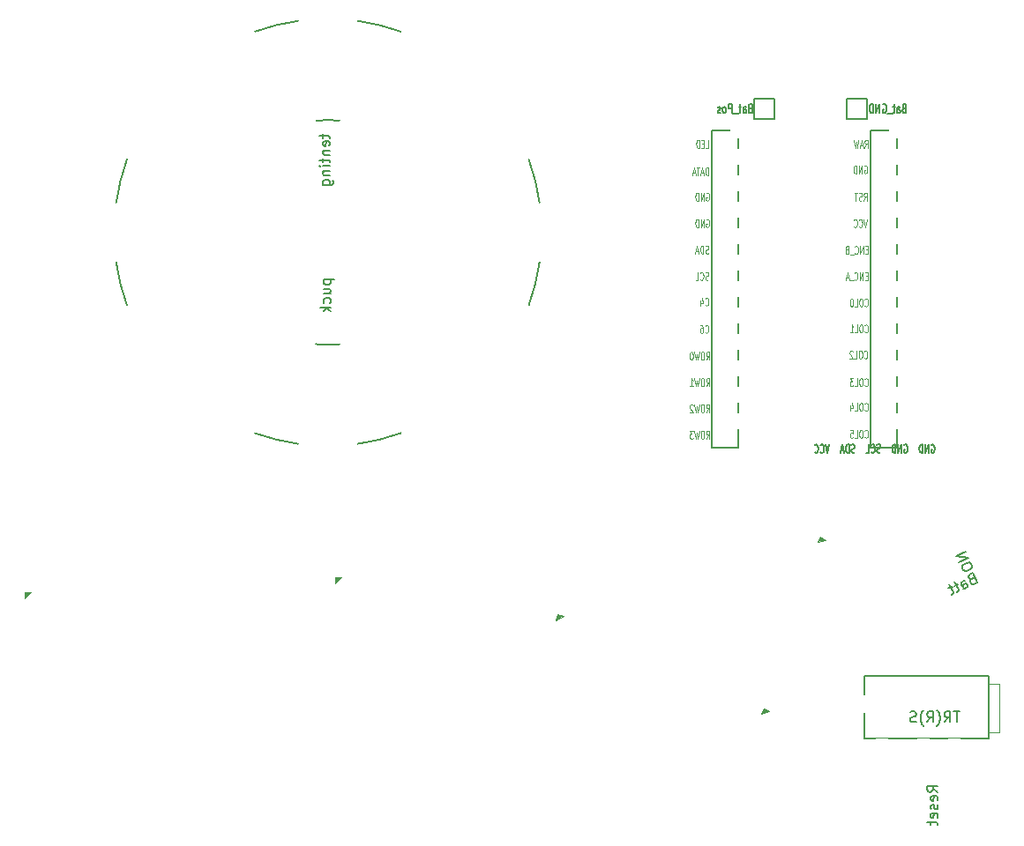
<source format=gbr>
%TF.GenerationSoftware,KiCad,Pcbnew,(5.1.10-1-10_14)*%
%TF.CreationDate,2021-11-02T17:36:35-07:00*%
%TF.ProjectId,hillside,68696c6c-7369-4646-952e-6b696361645f,0.1.0*%
%TF.SameCoordinates,Original*%
%TF.FileFunction,Legend,Bot*%
%TF.FilePolarity,Positive*%
%FSLAX46Y46*%
G04 Gerber Fmt 4.6, Leading zero omitted, Abs format (unit mm)*
G04 Created by KiCad (PCBNEW (5.1.10-1-10_14)) date 2021-11-02 17:36:35*
%MOMM*%
%LPD*%
G01*
G04 APERTURE LIST*
%ADD10C,0.200000*%
%ADD11C,0.150000*%
%ADD12C,0.100000*%
%ADD13C,0.120000*%
%ADD14C,0.137500*%
%ADD15C,0.125000*%
%ADD16C,0.153000*%
%ADD17C,4.400000*%
%ADD18C,2.200000*%
%ADD19R,1.700000X1.700000*%
%ADD20O,1.700000X1.700000*%
%ADD21C,5.000000*%
%ADD22C,1.397000*%
%ADD23C,1.524000*%
%ADD24R,1.100000X1.800000*%
%ADD25C,1.600000*%
%ADD26C,3.400000*%
%ADD27C,1.700000*%
%ADD28C,2.000000*%
%ADD29R,0.800000X0.900000*%
%ADD30R,1.700000X0.820000*%
%ADD31C,1.200000*%
%ADD32O,2.500000X1.700000*%
%ADD33C,0.800000*%
%ADD34R,3.200000X2.000000*%
%ADD35R,2.000000X2.000000*%
G04 APERTURE END LIST*
D10*
%TO.C,H1*%
X156001954Y-62673865D02*
G75*
G02*
X160152500Y-61640000I7008046J-19286135D01*
G01*
X170018049Y-62673867D02*
G75*
G03*
X165867500Y-61640000I-7008049J-19286133D01*
G01*
X182296134Y-74951952D02*
G75*
G02*
X183330000Y-79102500I-19286134J-7008048D01*
G01*
X182296134Y-88968048D02*
G75*
G03*
X183330000Y-84817500I-19286134J7008048D01*
G01*
X170018045Y-101246135D02*
G75*
G02*
X165867500Y-102280000I-7008045J19286135D01*
G01*
X156001955Y-101246135D02*
G75*
G03*
X160152500Y-102280000I7008045J19286135D01*
G01*
X143723865Y-88968046D02*
G75*
G02*
X142690000Y-84817500I19286135J7008046D01*
G01*
X143723865Y-74951956D02*
G75*
G03*
X142690000Y-79102500I19286135J-7008044D01*
G01*
X164138385Y-92695864D02*
G75*
G02*
X163010000Y-92755000I-1128385J10735864D01*
G01*
X164138385Y-71224136D02*
G75*
G03*
X163010000Y-71165000I-1128385J-10735864D01*
G01*
X161881615Y-71224136D02*
G75*
G02*
X163010000Y-71165000I1128385J-10735864D01*
G01*
X161881615Y-92695864D02*
G75*
G03*
X163010000Y-92755000I1128385J10735864D01*
G01*
D11*
%TO.C,J3*%
X203900000Y-71100000D02*
X203900000Y-69100000D01*
X205900000Y-71100000D02*
X203900000Y-71100000D01*
X205900000Y-69100000D02*
X205900000Y-71100000D01*
X203900000Y-69100000D02*
X205900000Y-69100000D01*
%TO.C,J4*%
X212800000Y-71100000D02*
X212800000Y-69100000D01*
X214800000Y-71100000D02*
X212800000Y-71100000D01*
X214800000Y-69100000D02*
X214800000Y-71100000D01*
X212800000Y-69100000D02*
X214800000Y-69100000D01*
%TO.C,U1*%
X199840000Y-102632000D02*
X199840000Y-72152000D01*
X202380000Y-102632000D02*
X199840000Y-102632000D01*
X202380000Y-72152000D02*
X202380000Y-102632000D01*
X199840000Y-72152000D02*
X202380000Y-72152000D01*
X215080000Y-102632000D02*
X215080000Y-72152000D01*
X217620000Y-102632000D02*
X215080000Y-102632000D01*
X217620000Y-72152000D02*
X217620000Y-102632000D01*
X215080000Y-72152000D02*
X217620000Y-72152000D01*
D12*
%TO.C,D5*%
G36*
X133930000Y-117110000D02*
G01*
X133930000Y-116510000D01*
X134530000Y-116510000D01*
X133930000Y-117110000D01*
G37*
X133930000Y-117110000D02*
X133930000Y-116510000D01*
X134530000Y-116510000D01*
X133930000Y-117110000D01*
%TO.C,D4*%
G36*
X163736067Y-115717196D02*
G01*
X163736067Y-115117196D01*
X164336067Y-115117196D01*
X163736067Y-115717196D01*
G37*
X163736067Y-115717196D02*
X163736067Y-115117196D01*
X164336067Y-115117196D01*
X163736067Y-115717196D01*
%TO.C,D3*%
G36*
X184911070Y-119254021D02*
G01*
X185066361Y-118674465D01*
X185645917Y-118829756D01*
X184911070Y-119254021D01*
G37*
X184911070Y-119254021D02*
X185066361Y-118674465D01*
X185645917Y-118829756D01*
X184911070Y-119254021D01*
%TO.C,D2*%
G36*
X204572419Y-128210930D02*
G01*
X204872419Y-127691315D01*
X205392034Y-127991315D01*
X204572419Y-128210930D01*
G37*
X204572419Y-128210930D02*
X204872419Y-127691315D01*
X205392034Y-127991315D01*
X204572419Y-128210930D01*
%TO.C,D1*%
G36*
X210006712Y-111724449D02*
G01*
X210306712Y-111204834D01*
X210826327Y-111504834D01*
X210006712Y-111724449D01*
G37*
X210006712Y-111724449D02*
X210306712Y-111204834D01*
X210826327Y-111504834D01*
X210006712Y-111724449D01*
D11*
%TO.C,J2*%
X214480000Y-124610000D02*
X226480000Y-124610000D01*
X214480000Y-130610000D02*
X214480000Y-124610000D01*
X226480000Y-130610000D02*
X214480000Y-130610000D01*
X226480000Y-124610000D02*
X226480000Y-130610000D01*
D13*
X226480000Y-125360000D02*
X227480000Y-125360000D01*
X227480000Y-125360000D02*
X227480000Y-129960000D01*
X227480000Y-129960000D02*
X226480000Y-129960000D01*
%TO.C,H1*%
D11*
X162541714Y-72538500D02*
X162541714Y-72919452D01*
X162208380Y-72681357D02*
X163065523Y-72681357D01*
X163160761Y-72728976D01*
X163208380Y-72824214D01*
X163208380Y-72919452D01*
X163160761Y-73633738D02*
X163208380Y-73538500D01*
X163208380Y-73348023D01*
X163160761Y-73252785D01*
X163065523Y-73205166D01*
X162684571Y-73205166D01*
X162589333Y-73252785D01*
X162541714Y-73348023D01*
X162541714Y-73538500D01*
X162589333Y-73633738D01*
X162684571Y-73681357D01*
X162779809Y-73681357D01*
X162875047Y-73205166D01*
X162541714Y-74109928D02*
X163208380Y-74109928D01*
X162636952Y-74109928D02*
X162589333Y-74157547D01*
X162541714Y-74252785D01*
X162541714Y-74395642D01*
X162589333Y-74490880D01*
X162684571Y-74538500D01*
X163208380Y-74538500D01*
X162541714Y-74871833D02*
X162541714Y-75252785D01*
X162208380Y-75014690D02*
X163065523Y-75014690D01*
X163160761Y-75062309D01*
X163208380Y-75157547D01*
X163208380Y-75252785D01*
X163208380Y-75586119D02*
X162541714Y-75586119D01*
X162208380Y-75586119D02*
X162256000Y-75538500D01*
X162303619Y-75586119D01*
X162256000Y-75633738D01*
X162208380Y-75586119D01*
X162303619Y-75586119D01*
X162541714Y-76062309D02*
X163208380Y-76062309D01*
X162636952Y-76062309D02*
X162589333Y-76109928D01*
X162541714Y-76205166D01*
X162541714Y-76348023D01*
X162589333Y-76443261D01*
X162684571Y-76490880D01*
X163208380Y-76490880D01*
X162541714Y-77395642D02*
X163351238Y-77395642D01*
X163446476Y-77348023D01*
X163494095Y-77300404D01*
X163541714Y-77205166D01*
X163541714Y-77062309D01*
X163494095Y-76967071D01*
X163160761Y-77395642D02*
X163208380Y-77300404D01*
X163208380Y-77109928D01*
X163160761Y-77014690D01*
X163113142Y-76967071D01*
X163017904Y-76919452D01*
X162732190Y-76919452D01*
X162636952Y-76967071D01*
X162589333Y-77014690D01*
X162541714Y-77109928D01*
X162541714Y-77300404D01*
X162589333Y-77395642D01*
X162605214Y-86492500D02*
X163605214Y-86492500D01*
X162652833Y-86492500D02*
X162605214Y-86587738D01*
X162605214Y-86778214D01*
X162652833Y-86873452D01*
X162700452Y-86921071D01*
X162795690Y-86968690D01*
X163081404Y-86968690D01*
X163176642Y-86921071D01*
X163224261Y-86873452D01*
X163271880Y-86778214D01*
X163271880Y-86587738D01*
X163224261Y-86492500D01*
X162605214Y-87825833D02*
X163271880Y-87825833D01*
X162605214Y-87397261D02*
X163129023Y-87397261D01*
X163224261Y-87444880D01*
X163271880Y-87540119D01*
X163271880Y-87682976D01*
X163224261Y-87778214D01*
X163176642Y-87825833D01*
X163224261Y-88730595D02*
X163271880Y-88635357D01*
X163271880Y-88444880D01*
X163224261Y-88349642D01*
X163176642Y-88302023D01*
X163081404Y-88254404D01*
X162795690Y-88254404D01*
X162700452Y-88302023D01*
X162652833Y-88349642D01*
X162605214Y-88444880D01*
X162605214Y-88635357D01*
X162652833Y-88730595D01*
X163271880Y-89159166D02*
X162271880Y-89159166D01*
X162890928Y-89254404D02*
X163271880Y-89540119D01*
X162605214Y-89540119D02*
X162986166Y-89159166D01*
%TO.C,J1*%
D14*
X220944047Y-102380000D02*
X220996428Y-102341904D01*
X221075000Y-102341904D01*
X221153571Y-102380000D01*
X221205952Y-102456190D01*
X221232142Y-102532380D01*
X221258333Y-102684761D01*
X221258333Y-102799047D01*
X221232142Y-102951428D01*
X221205952Y-103027619D01*
X221153571Y-103103809D01*
X221075000Y-103141904D01*
X221022619Y-103141904D01*
X220944047Y-103103809D01*
X220917857Y-103065714D01*
X220917857Y-102799047D01*
X221022619Y-102799047D01*
X220682142Y-103141904D02*
X220682142Y-102341904D01*
X220367857Y-103141904D01*
X220367857Y-102341904D01*
X220105952Y-103141904D02*
X220105952Y-102341904D01*
X219975000Y-102341904D01*
X219896428Y-102380000D01*
X219844047Y-102456190D01*
X219817857Y-102532380D01*
X219791666Y-102684761D01*
X219791666Y-102799047D01*
X219817857Y-102951428D01*
X219844047Y-103027619D01*
X219896428Y-103103809D01*
X219975000Y-103141904D01*
X220105952Y-103141904D01*
D11*
D14*
X218341665Y-102380000D02*
X218394046Y-102341904D01*
X218472618Y-102341904D01*
X218551189Y-102380000D01*
X218603570Y-102456190D01*
X218629760Y-102532380D01*
X218655951Y-102684761D01*
X218655951Y-102799047D01*
X218629760Y-102951428D01*
X218603570Y-103027619D01*
X218551189Y-103103809D01*
X218472618Y-103141904D01*
X218420237Y-103141904D01*
X218341665Y-103103809D01*
X218315475Y-103065714D01*
X218315475Y-102799047D01*
X218420237Y-102799047D01*
X218079760Y-103141904D02*
X218079760Y-102341904D01*
X217765475Y-103141904D01*
X217765475Y-102341904D01*
X217503570Y-103141904D02*
X217503570Y-102341904D01*
X217372618Y-102341904D01*
X217294046Y-102380000D01*
X217241665Y-102456190D01*
X217215475Y-102532380D01*
X217189284Y-102684761D01*
X217189284Y-102799047D01*
X217215475Y-102951428D01*
X217241665Y-103027619D01*
X217294046Y-103103809D01*
X217372618Y-103141904D01*
X217503570Y-103141904D01*
D11*
D14*
X216046427Y-103103809D02*
X215967856Y-103141904D01*
X215836904Y-103141904D01*
X215784523Y-103103809D01*
X215758332Y-103065714D01*
X215732142Y-102989523D01*
X215732142Y-102913333D01*
X215758332Y-102837142D01*
X215784523Y-102799047D01*
X215836904Y-102760952D01*
X215941666Y-102722857D01*
X215994046Y-102684761D01*
X216020237Y-102646666D01*
X216046427Y-102570476D01*
X216046427Y-102494285D01*
X216020237Y-102418095D01*
X215994046Y-102380000D01*
X215941666Y-102341904D01*
X215810713Y-102341904D01*
X215732142Y-102380000D01*
X215182142Y-103065714D02*
X215208332Y-103103809D01*
X215286904Y-103141904D01*
X215339285Y-103141904D01*
X215417856Y-103103809D01*
X215470237Y-103027619D01*
X215496427Y-102951428D01*
X215522618Y-102799047D01*
X215522618Y-102684761D01*
X215496427Y-102532380D01*
X215470237Y-102456190D01*
X215417856Y-102380000D01*
X215339285Y-102341904D01*
X215286904Y-102341904D01*
X215208332Y-102380000D01*
X215182142Y-102418095D01*
X214684523Y-103141904D02*
X214946427Y-103141904D01*
X214946427Y-102341904D01*
D11*
D14*
X213588095Y-103103809D02*
X213509523Y-103141904D01*
X213378571Y-103141904D01*
X213326190Y-103103809D01*
X213299999Y-103065714D01*
X213273809Y-102989523D01*
X213273809Y-102913333D01*
X213299999Y-102837142D01*
X213326190Y-102799047D01*
X213378571Y-102760952D01*
X213483333Y-102722857D01*
X213535714Y-102684761D01*
X213561904Y-102646666D01*
X213588095Y-102570476D01*
X213588095Y-102494285D01*
X213561904Y-102418095D01*
X213535714Y-102380000D01*
X213483333Y-102341904D01*
X213352380Y-102341904D01*
X213273809Y-102380000D01*
X213038095Y-103141904D02*
X213038095Y-102341904D01*
X212907142Y-102341904D01*
X212828571Y-102380000D01*
X212776190Y-102456190D01*
X212749999Y-102532380D01*
X212723809Y-102684761D01*
X212723809Y-102799047D01*
X212749999Y-102951428D01*
X212776190Y-103027619D01*
X212828571Y-103103809D01*
X212907142Y-103141904D01*
X213038095Y-103141904D01*
X212514285Y-102913333D02*
X212252380Y-102913333D01*
X212566666Y-103141904D02*
X212383333Y-102341904D01*
X212199999Y-103141904D01*
D11*
D14*
X211158333Y-102341904D02*
X210975000Y-103141904D01*
X210791666Y-102341904D01*
X210294047Y-103065714D02*
X210320238Y-103103809D01*
X210398809Y-103141904D01*
X210451190Y-103141904D01*
X210529761Y-103103809D01*
X210582142Y-103027619D01*
X210608333Y-102951428D01*
X210634523Y-102799047D01*
X210634523Y-102684761D01*
X210608333Y-102532380D01*
X210582142Y-102456190D01*
X210529761Y-102380000D01*
X210451190Y-102341904D01*
X210398809Y-102341904D01*
X210320238Y-102380000D01*
X210294047Y-102418095D01*
X209744047Y-103065714D02*
X209770238Y-103103809D01*
X209848809Y-103141904D01*
X209901190Y-103141904D01*
X209979761Y-103103809D01*
X210032142Y-103027619D01*
X210058333Y-102951428D01*
X210084523Y-102799047D01*
X210084523Y-102684761D01*
X210058333Y-102532380D01*
X210032142Y-102456190D01*
X209979761Y-102380000D01*
X209901190Y-102341904D01*
X209848809Y-102341904D01*
X209770238Y-102380000D01*
X209744047Y-102418095D01*
D11*
%TO.C,J3*%
X203532857Y-70025714D02*
X203447142Y-70068571D01*
X203418571Y-70111428D01*
X203390000Y-70197142D01*
X203390000Y-70325714D01*
X203418571Y-70411428D01*
X203447142Y-70454285D01*
X203504285Y-70497142D01*
X203732857Y-70497142D01*
X203732857Y-69597142D01*
X203532857Y-69597142D01*
X203475714Y-69640000D01*
X203447142Y-69682857D01*
X203418571Y-69768571D01*
X203418571Y-69854285D01*
X203447142Y-69940000D01*
X203475714Y-69982857D01*
X203532857Y-70025714D01*
X203732857Y-70025714D01*
X202875714Y-70497142D02*
X202875714Y-70025714D01*
X202904285Y-69940000D01*
X202961428Y-69897142D01*
X203075714Y-69897142D01*
X203132857Y-69940000D01*
X202875714Y-70454285D02*
X202932857Y-70497142D01*
X203075714Y-70497142D01*
X203132857Y-70454285D01*
X203161428Y-70368571D01*
X203161428Y-70282857D01*
X203132857Y-70197142D01*
X203075714Y-70154285D01*
X202932857Y-70154285D01*
X202875714Y-70111428D01*
X202675714Y-69897142D02*
X202447142Y-69897142D01*
X202590000Y-69597142D02*
X202590000Y-70368571D01*
X202561428Y-70454285D01*
X202504285Y-70497142D01*
X202447142Y-70497142D01*
X202390000Y-70582857D02*
X201932857Y-70582857D01*
X201790000Y-70497142D02*
X201790000Y-69597142D01*
X201561428Y-69597142D01*
X201504285Y-69640000D01*
X201475714Y-69682857D01*
X201447142Y-69768571D01*
X201447142Y-69897142D01*
X201475714Y-69982857D01*
X201504285Y-70025714D01*
X201561428Y-70068571D01*
X201790000Y-70068571D01*
X201104285Y-70497142D02*
X201161428Y-70454285D01*
X201190000Y-70411428D01*
X201218571Y-70325714D01*
X201218571Y-70068571D01*
X201190000Y-69982857D01*
X201161428Y-69940000D01*
X201104285Y-69897142D01*
X201018571Y-69897142D01*
X200961428Y-69940000D01*
X200932857Y-69982857D01*
X200904285Y-70068571D01*
X200904285Y-70325714D01*
X200932857Y-70411428D01*
X200961428Y-70454285D01*
X201018571Y-70497142D01*
X201104285Y-70497142D01*
X200675714Y-70454285D02*
X200618571Y-70497142D01*
X200504285Y-70497142D01*
X200447142Y-70454285D01*
X200418571Y-70368571D01*
X200418571Y-70325714D01*
X200447142Y-70240000D01*
X200504285Y-70197142D01*
X200590000Y-70197142D01*
X200647142Y-70154285D01*
X200675714Y-70068571D01*
X200675714Y-70025714D01*
X200647142Y-69940000D01*
X200590000Y-69897142D01*
X200504285Y-69897142D01*
X200447142Y-69940000D01*
%TO.C,J4*%
X218332857Y-70035714D02*
X218247142Y-70078571D01*
X218218571Y-70121428D01*
X218190000Y-70207142D01*
X218190000Y-70335714D01*
X218218571Y-70421428D01*
X218247142Y-70464285D01*
X218304285Y-70507142D01*
X218532857Y-70507142D01*
X218532857Y-69607142D01*
X218332857Y-69607142D01*
X218275714Y-69650000D01*
X218247142Y-69692857D01*
X218218571Y-69778571D01*
X218218571Y-69864285D01*
X218247142Y-69950000D01*
X218275714Y-69992857D01*
X218332857Y-70035714D01*
X218532857Y-70035714D01*
X217675714Y-70507142D02*
X217675714Y-70035714D01*
X217704285Y-69950000D01*
X217761428Y-69907142D01*
X217875714Y-69907142D01*
X217932857Y-69950000D01*
X217675714Y-70464285D02*
X217732857Y-70507142D01*
X217875714Y-70507142D01*
X217932857Y-70464285D01*
X217961428Y-70378571D01*
X217961428Y-70292857D01*
X217932857Y-70207142D01*
X217875714Y-70164285D01*
X217732857Y-70164285D01*
X217675714Y-70121428D01*
X217475714Y-69907142D02*
X217247142Y-69907142D01*
X217390000Y-69607142D02*
X217390000Y-70378571D01*
X217361428Y-70464285D01*
X217304285Y-70507142D01*
X217247142Y-70507142D01*
X217190000Y-70592857D02*
X216732857Y-70592857D01*
X216275714Y-69650000D02*
X216332857Y-69607142D01*
X216418571Y-69607142D01*
X216504285Y-69650000D01*
X216561428Y-69735714D01*
X216590000Y-69821428D01*
X216618571Y-69992857D01*
X216618571Y-70121428D01*
X216590000Y-70292857D01*
X216561428Y-70378571D01*
X216504285Y-70464285D01*
X216418571Y-70507142D01*
X216361428Y-70507142D01*
X216275714Y-70464285D01*
X216247142Y-70421428D01*
X216247142Y-70121428D01*
X216361428Y-70121428D01*
X215990000Y-70507142D02*
X215990000Y-69607142D01*
X215647142Y-70507142D01*
X215647142Y-69607142D01*
X215361428Y-70507142D02*
X215361428Y-69607142D01*
X215218571Y-69607142D01*
X215132857Y-69650000D01*
X215075714Y-69735714D01*
X215047142Y-69821428D01*
X215018571Y-69992857D01*
X215018571Y-70121428D01*
X215047142Y-70292857D01*
X215075714Y-70378571D01*
X215132857Y-70464285D01*
X215218571Y-70507142D01*
X215361428Y-70507142D01*
%TO.C,U1*%
D15*
X214536238Y-73824785D02*
X214702904Y-73467642D01*
X214821952Y-73824785D02*
X214821952Y-73074785D01*
X214631476Y-73074785D01*
X214583857Y-73110500D01*
X214560047Y-73146214D01*
X214536238Y-73217642D01*
X214536238Y-73324785D01*
X214560047Y-73396214D01*
X214583857Y-73431928D01*
X214631476Y-73467642D01*
X214821952Y-73467642D01*
X214345761Y-73610500D02*
X214107666Y-73610500D01*
X214393380Y-73824785D02*
X214226714Y-73074785D01*
X214060047Y-73824785D01*
X213941000Y-73074785D02*
X213821952Y-73824785D01*
X213726714Y-73289071D01*
X213631476Y-73824785D01*
X213512428Y-73074785D01*
X199272428Y-73824785D02*
X199510523Y-73824785D01*
X199510523Y-73074785D01*
X199105761Y-73431928D02*
X198939095Y-73431928D01*
X198867666Y-73824785D02*
X199105761Y-73824785D01*
X199105761Y-73074785D01*
X198867666Y-73074785D01*
X198653380Y-73824785D02*
X198653380Y-73074785D01*
X198534333Y-73074785D01*
X198462904Y-73110500D01*
X198415285Y-73181928D01*
X198391476Y-73253357D01*
X198367666Y-73396214D01*
X198367666Y-73503357D01*
X198391476Y-73646214D01*
X198415285Y-73717642D01*
X198462904Y-73789071D01*
X198534333Y-73824785D01*
X198653380Y-73824785D01*
X214508452Y-75587000D02*
X214556071Y-75551285D01*
X214627500Y-75551285D01*
X214698928Y-75587000D01*
X214746547Y-75658428D01*
X214770357Y-75729857D01*
X214794166Y-75872714D01*
X214794166Y-75979857D01*
X214770357Y-76122714D01*
X214746547Y-76194142D01*
X214698928Y-76265571D01*
X214627500Y-76301285D01*
X214579880Y-76301285D01*
X214508452Y-76265571D01*
X214484642Y-76229857D01*
X214484642Y-75979857D01*
X214579880Y-75979857D01*
X214270357Y-76301285D02*
X214270357Y-75551285D01*
X213984642Y-76301285D01*
X213984642Y-75551285D01*
X213746547Y-76301285D02*
X213746547Y-75551285D01*
X213627500Y-75551285D01*
X213556071Y-75587000D01*
X213508452Y-75658428D01*
X213484642Y-75729857D01*
X213460833Y-75872714D01*
X213460833Y-75979857D01*
X213484642Y-76122714D01*
X213508452Y-76194142D01*
X213556071Y-76265571D01*
X213627500Y-76301285D01*
X213746547Y-76301285D01*
X199550000Y-76469285D02*
X199550000Y-75719285D01*
X199430952Y-75719285D01*
X199359523Y-75755000D01*
X199311904Y-75826428D01*
X199288095Y-75897857D01*
X199264285Y-76040714D01*
X199264285Y-76147857D01*
X199288095Y-76290714D01*
X199311904Y-76362142D01*
X199359523Y-76433571D01*
X199430952Y-76469285D01*
X199550000Y-76469285D01*
X199073809Y-76255000D02*
X198835714Y-76255000D01*
X199121428Y-76469285D02*
X198954761Y-75719285D01*
X198788095Y-76469285D01*
X198692857Y-75719285D02*
X198407142Y-75719285D01*
X198550000Y-76469285D02*
X198550000Y-75719285D01*
X198264285Y-76255000D02*
X198026190Y-76255000D01*
X198311904Y-76469285D02*
X198145238Y-75719285D01*
X197978571Y-76469285D01*
X214464809Y-78904785D02*
X214631476Y-78547642D01*
X214750523Y-78904785D02*
X214750523Y-78154785D01*
X214560047Y-78154785D01*
X214512428Y-78190500D01*
X214488619Y-78226214D01*
X214464809Y-78297642D01*
X214464809Y-78404785D01*
X214488619Y-78476214D01*
X214512428Y-78511928D01*
X214560047Y-78547642D01*
X214750523Y-78547642D01*
X214274333Y-78869071D02*
X214202904Y-78904785D01*
X214083857Y-78904785D01*
X214036238Y-78869071D01*
X214012428Y-78833357D01*
X213988619Y-78761928D01*
X213988619Y-78690500D01*
X214012428Y-78619071D01*
X214036238Y-78583357D01*
X214083857Y-78547642D01*
X214179095Y-78511928D01*
X214226714Y-78476214D01*
X214250523Y-78440500D01*
X214274333Y-78369071D01*
X214274333Y-78297642D01*
X214250523Y-78226214D01*
X214226714Y-78190500D01*
X214179095Y-78154785D01*
X214060047Y-78154785D01*
X213988619Y-78190500D01*
X213845761Y-78154785D02*
X213560047Y-78154785D01*
X213702904Y-78904785D02*
X213702904Y-78154785D01*
X199331952Y-78190500D02*
X199379571Y-78154785D01*
X199451000Y-78154785D01*
X199522428Y-78190500D01*
X199570047Y-78261928D01*
X199593857Y-78333357D01*
X199617666Y-78476214D01*
X199617666Y-78583357D01*
X199593857Y-78726214D01*
X199570047Y-78797642D01*
X199522428Y-78869071D01*
X199451000Y-78904785D01*
X199403380Y-78904785D01*
X199331952Y-78869071D01*
X199308142Y-78833357D01*
X199308142Y-78583357D01*
X199403380Y-78583357D01*
X199093857Y-78904785D02*
X199093857Y-78154785D01*
X198808142Y-78904785D01*
X198808142Y-78154785D01*
X198570047Y-78904785D02*
X198570047Y-78154785D01*
X198451000Y-78154785D01*
X198379571Y-78190500D01*
X198331952Y-78261928D01*
X198308142Y-78333357D01*
X198284333Y-78476214D01*
X198284333Y-78583357D01*
X198308142Y-78726214D01*
X198331952Y-78797642D01*
X198379571Y-78869071D01*
X198451000Y-78904785D01*
X198570047Y-78904785D01*
X214794166Y-80694785D02*
X214627500Y-81444785D01*
X214460833Y-80694785D01*
X214008452Y-81373357D02*
X214032261Y-81409071D01*
X214103690Y-81444785D01*
X214151309Y-81444785D01*
X214222738Y-81409071D01*
X214270357Y-81337642D01*
X214294166Y-81266214D01*
X214317976Y-81123357D01*
X214317976Y-81016214D01*
X214294166Y-80873357D01*
X214270357Y-80801928D01*
X214222738Y-80730500D01*
X214151309Y-80694785D01*
X214103690Y-80694785D01*
X214032261Y-80730500D01*
X214008452Y-80766214D01*
X213508452Y-81373357D02*
X213532261Y-81409071D01*
X213603690Y-81444785D01*
X213651309Y-81444785D01*
X213722738Y-81409071D01*
X213770357Y-81337642D01*
X213794166Y-81266214D01*
X213817976Y-81123357D01*
X213817976Y-81016214D01*
X213794166Y-80873357D01*
X213770357Y-80801928D01*
X213722738Y-80730500D01*
X213651309Y-80694785D01*
X213603690Y-80694785D01*
X213532261Y-80730500D01*
X213508452Y-80766214D01*
X199331952Y-80730500D02*
X199379571Y-80694785D01*
X199451000Y-80694785D01*
X199522428Y-80730500D01*
X199570047Y-80801928D01*
X199593857Y-80873357D01*
X199617666Y-81016214D01*
X199617666Y-81123357D01*
X199593857Y-81266214D01*
X199570047Y-81337642D01*
X199522428Y-81409071D01*
X199451000Y-81444785D01*
X199403380Y-81444785D01*
X199331952Y-81409071D01*
X199308142Y-81373357D01*
X199308142Y-81123357D01*
X199403380Y-81123357D01*
X199093857Y-81444785D02*
X199093857Y-80694785D01*
X198808142Y-81444785D01*
X198808142Y-80694785D01*
X198570047Y-81444785D02*
X198570047Y-80694785D01*
X198451000Y-80694785D01*
X198379571Y-80730500D01*
X198331952Y-80801928D01*
X198308142Y-80873357D01*
X198284333Y-81016214D01*
X198284333Y-81123357D01*
X198308142Y-81266214D01*
X198331952Y-81337642D01*
X198379571Y-81409071D01*
X198451000Y-81444785D01*
X198570047Y-81444785D01*
X214547619Y-91497857D02*
X214571428Y-91533571D01*
X214642857Y-91569285D01*
X214690476Y-91569285D01*
X214761904Y-91533571D01*
X214809523Y-91462142D01*
X214833333Y-91390714D01*
X214857142Y-91247857D01*
X214857142Y-91140714D01*
X214833333Y-90997857D01*
X214809523Y-90926428D01*
X214761904Y-90855000D01*
X214690476Y-90819285D01*
X214642857Y-90819285D01*
X214571428Y-90855000D01*
X214547619Y-90890714D01*
X214238095Y-90819285D02*
X214142857Y-90819285D01*
X214095238Y-90855000D01*
X214047619Y-90926428D01*
X214023809Y-91069285D01*
X214023809Y-91319285D01*
X214047619Y-91462142D01*
X214095238Y-91533571D01*
X214142857Y-91569285D01*
X214238095Y-91569285D01*
X214285714Y-91533571D01*
X214333333Y-91462142D01*
X214357142Y-91319285D01*
X214357142Y-91069285D01*
X214333333Y-90926428D01*
X214285714Y-90855000D01*
X214238095Y-90819285D01*
X213571428Y-91569285D02*
X213809523Y-91569285D01*
X213809523Y-90819285D01*
X213142857Y-91569285D02*
X213428571Y-91569285D01*
X213285714Y-91569285D02*
X213285714Y-90819285D01*
X213333333Y-90926428D01*
X213380952Y-90997857D01*
X213428571Y-91033571D01*
X199233333Y-88929857D02*
X199257142Y-88965571D01*
X199328571Y-89001285D01*
X199376190Y-89001285D01*
X199447619Y-88965571D01*
X199495238Y-88894142D01*
X199519047Y-88822714D01*
X199542857Y-88679857D01*
X199542857Y-88572714D01*
X199519047Y-88429857D01*
X199495238Y-88358428D01*
X199447619Y-88287000D01*
X199376190Y-88251285D01*
X199328571Y-88251285D01*
X199257142Y-88287000D01*
X199233333Y-88322714D01*
X198804761Y-88501285D02*
X198804761Y-89001285D01*
X198923809Y-88215571D02*
X199042857Y-88751285D01*
X198733333Y-88751285D01*
X214547619Y-88997857D02*
X214571428Y-89033571D01*
X214642857Y-89069285D01*
X214690476Y-89069285D01*
X214761904Y-89033571D01*
X214809523Y-88962142D01*
X214833333Y-88890714D01*
X214857142Y-88747857D01*
X214857142Y-88640714D01*
X214833333Y-88497857D01*
X214809523Y-88426428D01*
X214761904Y-88355000D01*
X214690476Y-88319285D01*
X214642857Y-88319285D01*
X214571428Y-88355000D01*
X214547619Y-88390714D01*
X214238095Y-88319285D02*
X214142857Y-88319285D01*
X214095238Y-88355000D01*
X214047619Y-88426428D01*
X214023809Y-88569285D01*
X214023809Y-88819285D01*
X214047619Y-88962142D01*
X214095238Y-89033571D01*
X214142857Y-89069285D01*
X214238095Y-89069285D01*
X214285714Y-89033571D01*
X214333333Y-88962142D01*
X214357142Y-88819285D01*
X214357142Y-88569285D01*
X214333333Y-88426428D01*
X214285714Y-88355000D01*
X214238095Y-88319285D01*
X213571428Y-89069285D02*
X213809523Y-89069285D01*
X213809523Y-88319285D01*
X213309523Y-88319285D02*
X213261904Y-88319285D01*
X213214285Y-88355000D01*
X213190476Y-88390714D01*
X213166666Y-88462142D01*
X213142857Y-88605000D01*
X213142857Y-88783571D01*
X213166666Y-88926428D01*
X213190476Y-88997857D01*
X213214285Y-89033571D01*
X213261904Y-89069285D01*
X213309523Y-89069285D01*
X213357142Y-89033571D01*
X213380952Y-88997857D01*
X213404761Y-88926428D01*
X213428571Y-88783571D01*
X213428571Y-88605000D01*
X213404761Y-88462142D01*
X213380952Y-88390714D01*
X213357142Y-88355000D01*
X213309523Y-88319285D01*
X199546238Y-86489071D02*
X199474809Y-86524785D01*
X199355761Y-86524785D01*
X199308142Y-86489071D01*
X199284333Y-86453357D01*
X199260523Y-86381928D01*
X199260523Y-86310500D01*
X199284333Y-86239071D01*
X199308142Y-86203357D01*
X199355761Y-86167642D01*
X199451000Y-86131928D01*
X199498619Y-86096214D01*
X199522428Y-86060500D01*
X199546238Y-85989071D01*
X199546238Y-85917642D01*
X199522428Y-85846214D01*
X199498619Y-85810500D01*
X199451000Y-85774785D01*
X199331952Y-85774785D01*
X199260523Y-85810500D01*
X198760523Y-86453357D02*
X198784333Y-86489071D01*
X198855761Y-86524785D01*
X198903380Y-86524785D01*
X198974809Y-86489071D01*
X199022428Y-86417642D01*
X199046238Y-86346214D01*
X199070047Y-86203357D01*
X199070047Y-86096214D01*
X199046238Y-85953357D01*
X199022428Y-85881928D01*
X198974809Y-85810500D01*
X198903380Y-85774785D01*
X198855761Y-85774785D01*
X198784333Y-85810500D01*
X198760523Y-85846214D01*
X198308142Y-86524785D02*
X198546238Y-86524785D01*
X198546238Y-85774785D01*
X214823809Y-86131928D02*
X214657142Y-86131928D01*
X214585714Y-86524785D02*
X214823809Y-86524785D01*
X214823809Y-85774785D01*
X214585714Y-85774785D01*
X214371428Y-86524785D02*
X214371428Y-85774785D01*
X214085714Y-86524785D01*
X214085714Y-85774785D01*
X213561904Y-86453357D02*
X213585714Y-86489071D01*
X213657142Y-86524785D01*
X213704761Y-86524785D01*
X213776190Y-86489071D01*
X213823809Y-86417642D01*
X213847619Y-86346214D01*
X213871428Y-86203357D01*
X213871428Y-86096214D01*
X213847619Y-85953357D01*
X213823809Y-85881928D01*
X213776190Y-85810500D01*
X213704761Y-85774785D01*
X213657142Y-85774785D01*
X213585714Y-85810500D01*
X213561904Y-85846214D01*
X213466666Y-86596214D02*
X213085714Y-86596214D01*
X212990476Y-86310500D02*
X212752380Y-86310500D01*
X213038095Y-86524785D02*
X212871428Y-85774785D01*
X212704761Y-86524785D01*
X199558142Y-83949071D02*
X199486714Y-83984785D01*
X199367666Y-83984785D01*
X199320047Y-83949071D01*
X199296238Y-83913357D01*
X199272428Y-83841928D01*
X199272428Y-83770500D01*
X199296238Y-83699071D01*
X199320047Y-83663357D01*
X199367666Y-83627642D01*
X199462904Y-83591928D01*
X199510523Y-83556214D01*
X199534333Y-83520500D01*
X199558142Y-83449071D01*
X199558142Y-83377642D01*
X199534333Y-83306214D01*
X199510523Y-83270500D01*
X199462904Y-83234785D01*
X199343857Y-83234785D01*
X199272428Y-83270500D01*
X199058142Y-83984785D02*
X199058142Y-83234785D01*
X198939095Y-83234785D01*
X198867666Y-83270500D01*
X198820047Y-83341928D01*
X198796238Y-83413357D01*
X198772428Y-83556214D01*
X198772428Y-83663357D01*
X198796238Y-83806214D01*
X198820047Y-83877642D01*
X198867666Y-83949071D01*
X198939095Y-83984785D01*
X199058142Y-83984785D01*
X198581952Y-83770500D02*
X198343857Y-83770500D01*
X198629571Y-83984785D02*
X198462904Y-83234785D01*
X198296238Y-83984785D01*
X214859523Y-83626428D02*
X214692857Y-83626428D01*
X214621428Y-84019285D02*
X214859523Y-84019285D01*
X214859523Y-83269285D01*
X214621428Y-83269285D01*
X214407142Y-84019285D02*
X214407142Y-83269285D01*
X214121428Y-84019285D01*
X214121428Y-83269285D01*
X213597619Y-83947857D02*
X213621428Y-83983571D01*
X213692857Y-84019285D01*
X213740476Y-84019285D01*
X213811904Y-83983571D01*
X213859523Y-83912142D01*
X213883333Y-83840714D01*
X213907142Y-83697857D01*
X213907142Y-83590714D01*
X213883333Y-83447857D01*
X213859523Y-83376428D01*
X213811904Y-83305000D01*
X213740476Y-83269285D01*
X213692857Y-83269285D01*
X213621428Y-83305000D01*
X213597619Y-83340714D01*
X213502380Y-84090714D02*
X213121428Y-84090714D01*
X212835714Y-83626428D02*
X212764285Y-83662142D01*
X212740476Y-83697857D01*
X212716666Y-83769285D01*
X212716666Y-83876428D01*
X212740476Y-83947857D01*
X212764285Y-83983571D01*
X212811904Y-84019285D01*
X213002380Y-84019285D01*
X213002380Y-83269285D01*
X212835714Y-83269285D01*
X212788095Y-83305000D01*
X212764285Y-83340714D01*
X212740476Y-83412142D01*
X212740476Y-83483571D01*
X212764285Y-83555000D01*
X212788095Y-83590714D01*
X212835714Y-83626428D01*
X213002380Y-83626428D01*
X214547619Y-101629857D02*
X214571428Y-101665571D01*
X214642857Y-101701285D01*
X214690476Y-101701285D01*
X214761904Y-101665571D01*
X214809523Y-101594142D01*
X214833333Y-101522714D01*
X214857142Y-101379857D01*
X214857142Y-101272714D01*
X214833333Y-101129857D01*
X214809523Y-101058428D01*
X214761904Y-100987000D01*
X214690476Y-100951285D01*
X214642857Y-100951285D01*
X214571428Y-100987000D01*
X214547619Y-101022714D01*
X214238095Y-100951285D02*
X214142857Y-100951285D01*
X214095238Y-100987000D01*
X214047619Y-101058428D01*
X214023809Y-101201285D01*
X214023809Y-101451285D01*
X214047619Y-101594142D01*
X214095238Y-101665571D01*
X214142857Y-101701285D01*
X214238095Y-101701285D01*
X214285714Y-101665571D01*
X214333333Y-101594142D01*
X214357142Y-101451285D01*
X214357142Y-101201285D01*
X214333333Y-101058428D01*
X214285714Y-100987000D01*
X214238095Y-100951285D01*
X213571428Y-101701285D02*
X213809523Y-101701285D01*
X213809523Y-100951285D01*
X213166666Y-100951285D02*
X213404761Y-100951285D01*
X213428571Y-101308428D01*
X213404761Y-101272714D01*
X213357142Y-101237000D01*
X213238095Y-101237000D01*
X213190476Y-101272714D01*
X213166666Y-101308428D01*
X213142857Y-101379857D01*
X213142857Y-101558428D01*
X213166666Y-101629857D01*
X213190476Y-101665571D01*
X213238095Y-101701285D01*
X213357142Y-101701285D01*
X213404761Y-101665571D01*
X213428571Y-101629857D01*
X199330952Y-101764785D02*
X199497619Y-101407642D01*
X199616666Y-101764785D02*
X199616666Y-101014785D01*
X199426190Y-101014785D01*
X199378571Y-101050500D01*
X199354761Y-101086214D01*
X199330952Y-101157642D01*
X199330952Y-101264785D01*
X199354761Y-101336214D01*
X199378571Y-101371928D01*
X199426190Y-101407642D01*
X199616666Y-101407642D01*
X199021428Y-101014785D02*
X198926190Y-101014785D01*
X198878571Y-101050500D01*
X198830952Y-101121928D01*
X198807142Y-101264785D01*
X198807142Y-101514785D01*
X198830952Y-101657642D01*
X198878571Y-101729071D01*
X198926190Y-101764785D01*
X199021428Y-101764785D01*
X199069047Y-101729071D01*
X199116666Y-101657642D01*
X199140476Y-101514785D01*
X199140476Y-101264785D01*
X199116666Y-101121928D01*
X199069047Y-101050500D01*
X199021428Y-101014785D01*
X198640476Y-101014785D02*
X198521428Y-101764785D01*
X198426190Y-101229071D01*
X198330952Y-101764785D01*
X198211904Y-101014785D01*
X198069047Y-101014785D02*
X197759523Y-101014785D01*
X197926190Y-101300500D01*
X197854761Y-101300500D01*
X197807142Y-101336214D01*
X197783333Y-101371928D01*
X197759523Y-101443357D01*
X197759523Y-101621928D01*
X197783333Y-101693357D01*
X197807142Y-101729071D01*
X197854761Y-101764785D01*
X197997619Y-101764785D01*
X198045238Y-101729071D01*
X198069047Y-101693357D01*
X199330952Y-99224785D02*
X199497619Y-98867642D01*
X199616666Y-99224785D02*
X199616666Y-98474785D01*
X199426190Y-98474785D01*
X199378571Y-98510500D01*
X199354761Y-98546214D01*
X199330952Y-98617642D01*
X199330952Y-98724785D01*
X199354761Y-98796214D01*
X199378571Y-98831928D01*
X199426190Y-98867642D01*
X199616666Y-98867642D01*
X199021428Y-98474785D02*
X198926190Y-98474785D01*
X198878571Y-98510500D01*
X198830952Y-98581928D01*
X198807142Y-98724785D01*
X198807142Y-98974785D01*
X198830952Y-99117642D01*
X198878571Y-99189071D01*
X198926190Y-99224785D01*
X199021428Y-99224785D01*
X199069047Y-99189071D01*
X199116666Y-99117642D01*
X199140476Y-98974785D01*
X199140476Y-98724785D01*
X199116666Y-98581928D01*
X199069047Y-98510500D01*
X199021428Y-98474785D01*
X198640476Y-98474785D02*
X198521428Y-99224785D01*
X198426190Y-98689071D01*
X198330952Y-99224785D01*
X198211904Y-98474785D01*
X198045238Y-98546214D02*
X198021428Y-98510500D01*
X197973809Y-98474785D01*
X197854761Y-98474785D01*
X197807142Y-98510500D01*
X197783333Y-98546214D01*
X197759523Y-98617642D01*
X197759523Y-98689071D01*
X197783333Y-98796214D01*
X198069047Y-99224785D01*
X197759523Y-99224785D01*
X214547619Y-99026357D02*
X214571428Y-99062071D01*
X214642857Y-99097785D01*
X214690476Y-99097785D01*
X214761904Y-99062071D01*
X214809523Y-98990642D01*
X214833333Y-98919214D01*
X214857142Y-98776357D01*
X214857142Y-98669214D01*
X214833333Y-98526357D01*
X214809523Y-98454928D01*
X214761904Y-98383500D01*
X214690476Y-98347785D01*
X214642857Y-98347785D01*
X214571428Y-98383500D01*
X214547619Y-98419214D01*
X214238095Y-98347785D02*
X214142857Y-98347785D01*
X214095238Y-98383500D01*
X214047619Y-98454928D01*
X214023809Y-98597785D01*
X214023809Y-98847785D01*
X214047619Y-98990642D01*
X214095238Y-99062071D01*
X214142857Y-99097785D01*
X214238095Y-99097785D01*
X214285714Y-99062071D01*
X214333333Y-98990642D01*
X214357142Y-98847785D01*
X214357142Y-98597785D01*
X214333333Y-98454928D01*
X214285714Y-98383500D01*
X214238095Y-98347785D01*
X213571428Y-99097785D02*
X213809523Y-99097785D01*
X213809523Y-98347785D01*
X213190476Y-98597785D02*
X213190476Y-99097785D01*
X213309523Y-98312071D02*
X213428571Y-98847785D01*
X213119047Y-98847785D01*
X199330952Y-96719285D02*
X199497619Y-96362142D01*
X199616666Y-96719285D02*
X199616666Y-95969285D01*
X199426190Y-95969285D01*
X199378571Y-96005000D01*
X199354761Y-96040714D01*
X199330952Y-96112142D01*
X199330952Y-96219285D01*
X199354761Y-96290714D01*
X199378571Y-96326428D01*
X199426190Y-96362142D01*
X199616666Y-96362142D01*
X199021428Y-95969285D02*
X198926190Y-95969285D01*
X198878571Y-96005000D01*
X198830952Y-96076428D01*
X198807142Y-96219285D01*
X198807142Y-96469285D01*
X198830952Y-96612142D01*
X198878571Y-96683571D01*
X198926190Y-96719285D01*
X199021428Y-96719285D01*
X199069047Y-96683571D01*
X199116666Y-96612142D01*
X199140476Y-96469285D01*
X199140476Y-96219285D01*
X199116666Y-96076428D01*
X199069047Y-96005000D01*
X199021428Y-95969285D01*
X198640476Y-95969285D02*
X198521428Y-96719285D01*
X198426190Y-96183571D01*
X198330952Y-96719285D01*
X198211904Y-95969285D01*
X197759523Y-96719285D02*
X198045238Y-96719285D01*
X197902380Y-96719285D02*
X197902380Y-95969285D01*
X197950000Y-96076428D01*
X197997619Y-96147857D01*
X198045238Y-96183571D01*
X214547619Y-96647857D02*
X214571428Y-96683571D01*
X214642857Y-96719285D01*
X214690476Y-96719285D01*
X214761904Y-96683571D01*
X214809523Y-96612142D01*
X214833333Y-96540714D01*
X214857142Y-96397857D01*
X214857142Y-96290714D01*
X214833333Y-96147857D01*
X214809523Y-96076428D01*
X214761904Y-96005000D01*
X214690476Y-95969285D01*
X214642857Y-95969285D01*
X214571428Y-96005000D01*
X214547619Y-96040714D01*
X214238095Y-95969285D02*
X214142857Y-95969285D01*
X214095238Y-96005000D01*
X214047619Y-96076428D01*
X214023809Y-96219285D01*
X214023809Y-96469285D01*
X214047619Y-96612142D01*
X214095238Y-96683571D01*
X214142857Y-96719285D01*
X214238095Y-96719285D01*
X214285714Y-96683571D01*
X214333333Y-96612142D01*
X214357142Y-96469285D01*
X214357142Y-96219285D01*
X214333333Y-96076428D01*
X214285714Y-96005000D01*
X214238095Y-95969285D01*
X213571428Y-96719285D02*
X213809523Y-96719285D01*
X213809523Y-95969285D01*
X213452380Y-95969285D02*
X213142857Y-95969285D01*
X213309523Y-96255000D01*
X213238095Y-96255000D01*
X213190476Y-96290714D01*
X213166666Y-96326428D01*
X213142857Y-96397857D01*
X213142857Y-96576428D01*
X213166666Y-96647857D01*
X213190476Y-96683571D01*
X213238095Y-96719285D01*
X213380952Y-96719285D01*
X213428571Y-96683571D01*
X213452380Y-96647857D01*
X199330952Y-94208285D02*
X199497619Y-93851142D01*
X199616666Y-94208285D02*
X199616666Y-93458285D01*
X199426190Y-93458285D01*
X199378571Y-93494000D01*
X199354761Y-93529714D01*
X199330952Y-93601142D01*
X199330952Y-93708285D01*
X199354761Y-93779714D01*
X199378571Y-93815428D01*
X199426190Y-93851142D01*
X199616666Y-93851142D01*
X199021428Y-93458285D02*
X198926190Y-93458285D01*
X198878571Y-93494000D01*
X198830952Y-93565428D01*
X198807142Y-93708285D01*
X198807142Y-93958285D01*
X198830952Y-94101142D01*
X198878571Y-94172571D01*
X198926190Y-94208285D01*
X199021428Y-94208285D01*
X199069047Y-94172571D01*
X199116666Y-94101142D01*
X199140476Y-93958285D01*
X199140476Y-93708285D01*
X199116666Y-93565428D01*
X199069047Y-93494000D01*
X199021428Y-93458285D01*
X198640476Y-93458285D02*
X198521428Y-94208285D01*
X198426190Y-93672571D01*
X198330952Y-94208285D01*
X198211904Y-93458285D01*
X197926190Y-93458285D02*
X197878571Y-93458285D01*
X197830952Y-93494000D01*
X197807142Y-93529714D01*
X197783333Y-93601142D01*
X197759523Y-93744000D01*
X197759523Y-93922571D01*
X197783333Y-94065428D01*
X197807142Y-94136857D01*
X197830952Y-94172571D01*
X197878571Y-94208285D01*
X197926190Y-94208285D01*
X197973809Y-94172571D01*
X197997619Y-94136857D01*
X198021428Y-94065428D01*
X198045238Y-93922571D01*
X198045238Y-93744000D01*
X198021428Y-93601142D01*
X197997619Y-93529714D01*
X197973809Y-93494000D01*
X197926190Y-93458285D01*
X214497619Y-94009857D02*
X214521428Y-94045571D01*
X214592857Y-94081285D01*
X214640476Y-94081285D01*
X214711904Y-94045571D01*
X214759523Y-93974142D01*
X214783333Y-93902714D01*
X214807142Y-93759857D01*
X214807142Y-93652714D01*
X214783333Y-93509857D01*
X214759523Y-93438428D01*
X214711904Y-93367000D01*
X214640476Y-93331285D01*
X214592857Y-93331285D01*
X214521428Y-93367000D01*
X214497619Y-93402714D01*
X214188095Y-93331285D02*
X214092857Y-93331285D01*
X214045238Y-93367000D01*
X213997619Y-93438428D01*
X213973809Y-93581285D01*
X213973809Y-93831285D01*
X213997619Y-93974142D01*
X214045238Y-94045571D01*
X214092857Y-94081285D01*
X214188095Y-94081285D01*
X214235714Y-94045571D01*
X214283333Y-93974142D01*
X214307142Y-93831285D01*
X214307142Y-93581285D01*
X214283333Y-93438428D01*
X214235714Y-93367000D01*
X214188095Y-93331285D01*
X213521428Y-94081285D02*
X213759523Y-94081285D01*
X213759523Y-93331285D01*
X213378571Y-93402714D02*
X213354761Y-93367000D01*
X213307142Y-93331285D01*
X213188095Y-93331285D01*
X213140476Y-93367000D01*
X213116666Y-93402714D01*
X213092857Y-93474142D01*
X213092857Y-93545571D01*
X213116666Y-93652714D01*
X213402380Y-94081285D01*
X213092857Y-94081285D01*
X199233333Y-91533357D02*
X199257142Y-91569071D01*
X199328571Y-91604785D01*
X199376190Y-91604785D01*
X199447619Y-91569071D01*
X199495238Y-91497642D01*
X199519047Y-91426214D01*
X199542857Y-91283357D01*
X199542857Y-91176214D01*
X199519047Y-91033357D01*
X199495238Y-90961928D01*
X199447619Y-90890500D01*
X199376190Y-90854785D01*
X199328571Y-90854785D01*
X199257142Y-90890500D01*
X199233333Y-90926214D01*
X198804761Y-90854785D02*
X198900000Y-90854785D01*
X198947619Y-90890500D01*
X198971428Y-90926214D01*
X199019047Y-91033357D01*
X199042857Y-91176214D01*
X199042857Y-91461928D01*
X199019047Y-91533357D01*
X198995238Y-91569071D01*
X198947619Y-91604785D01*
X198852380Y-91604785D01*
X198804761Y-91569071D01*
X198780952Y-91533357D01*
X198757142Y-91461928D01*
X198757142Y-91283357D01*
X198780952Y-91211928D01*
X198804761Y-91176214D01*
X198852380Y-91140500D01*
X198947619Y-91140500D01*
X198995238Y-91176214D01*
X199019047Y-91211928D01*
X199042857Y-91283357D01*
D11*
%TO.C,SW1*%
D16*
X221552380Y-135711904D02*
X221076190Y-135378571D01*
X221552380Y-135140476D02*
X220552380Y-135140476D01*
X220552380Y-135521428D01*
X220600000Y-135616666D01*
X220647619Y-135664285D01*
X220742857Y-135711904D01*
X220885714Y-135711904D01*
X220980952Y-135664285D01*
X221028571Y-135616666D01*
X221076190Y-135521428D01*
X221076190Y-135140476D01*
X221504761Y-136521428D02*
X221552380Y-136426190D01*
X221552380Y-136235714D01*
X221504761Y-136140476D01*
X221409523Y-136092857D01*
X221028571Y-136092857D01*
X220933333Y-136140476D01*
X220885714Y-136235714D01*
X220885714Y-136426190D01*
X220933333Y-136521428D01*
X221028571Y-136569047D01*
X221123809Y-136569047D01*
X221219047Y-136092857D01*
X221504761Y-136950000D02*
X221552380Y-137045238D01*
X221552380Y-137235714D01*
X221504761Y-137330952D01*
X221409523Y-137378571D01*
X221361904Y-137378571D01*
X221266666Y-137330952D01*
X221219047Y-137235714D01*
X221219047Y-137092857D01*
X221171428Y-136997619D01*
X221076190Y-136950000D01*
X221028571Y-136950000D01*
X220933333Y-136997619D01*
X220885714Y-137092857D01*
X220885714Y-137235714D01*
X220933333Y-137330952D01*
X221504761Y-138188095D02*
X221552380Y-138092857D01*
X221552380Y-137902380D01*
X221504761Y-137807142D01*
X221409523Y-137759523D01*
X221028571Y-137759523D01*
X220933333Y-137807142D01*
X220885714Y-137902380D01*
X220885714Y-138092857D01*
X220933333Y-138188095D01*
X221028571Y-138235714D01*
X221123809Y-138235714D01*
X221219047Y-137759523D01*
X220885714Y-138521428D02*
X220885714Y-138902380D01*
X220552380Y-138664285D02*
X221409523Y-138664285D01*
X221504761Y-138711904D01*
X221552380Y-138807142D01*
X221552380Y-138902380D01*
%TO.C,SW2*%
X224813663Y-115268203D02*
X224704315Y-115371734D01*
X224681282Y-115435016D01*
X224678374Y-115541456D01*
X224738748Y-115670929D01*
X224822155Y-115737119D01*
X224885437Y-115760152D01*
X224991877Y-115763060D01*
X225337137Y-115602063D01*
X224914519Y-114695755D01*
X224612416Y-114836628D01*
X224546226Y-114920034D01*
X224523193Y-114983317D01*
X224520285Y-115089756D01*
X224560534Y-115176071D01*
X224643941Y-115242262D01*
X224707223Y-115265294D01*
X224813663Y-115268203D01*
X225115765Y-115127330D01*
X224042411Y-116205803D02*
X223821040Y-115731070D01*
X223823948Y-115624631D01*
X223890138Y-115541224D01*
X224062768Y-115460725D01*
X224169208Y-115463633D01*
X224022287Y-116162645D02*
X224128726Y-116165554D01*
X224344514Y-116064930D01*
X224410704Y-115981523D01*
X224413613Y-115875084D01*
X224373363Y-115788769D01*
X224289956Y-115722578D01*
X224183517Y-115719670D01*
X223967729Y-115820293D01*
X223861289Y-115817385D01*
X223458563Y-115742470D02*
X223113303Y-115903468D01*
X223188218Y-115500742D02*
X223550462Y-116277577D01*
X223547554Y-116384017D01*
X223481364Y-116467424D01*
X223395049Y-116507673D01*
X222940673Y-115983967D02*
X222595413Y-116144964D01*
X222670328Y-115742238D02*
X223032572Y-116519073D01*
X223029664Y-116625513D01*
X222963474Y-116708920D01*
X222877159Y-116749169D01*
X224863096Y-113965758D02*
X224782597Y-113793128D01*
X224699190Y-113726938D01*
X224572626Y-113680872D01*
X224379871Y-113718213D01*
X224077768Y-113859086D01*
X223925263Y-113982742D01*
X223879197Y-114109307D01*
X223876289Y-114215747D01*
X223956788Y-114388377D01*
X224040195Y-114454567D01*
X224166759Y-114500633D01*
X224359514Y-114463291D01*
X224661617Y-114322419D01*
X224814122Y-114198762D01*
X224860188Y-114072198D01*
X224863096Y-113965758D01*
X223594544Y-113611541D02*
X224500852Y-113188923D01*
X223353048Y-113093651D01*
X224259355Y-112671033D01*
%TO.C,J2*%
X223668571Y-128002380D02*
X223097142Y-128002380D01*
X223382857Y-129002380D02*
X223382857Y-128002380D01*
X222192380Y-129002380D02*
X222525714Y-128526190D01*
X222763809Y-129002380D02*
X222763809Y-128002380D01*
X222382857Y-128002380D01*
X222287619Y-128050000D01*
X222240000Y-128097619D01*
X222192380Y-128192857D01*
X222192380Y-128335714D01*
X222240000Y-128430952D01*
X222287619Y-128478571D01*
X222382857Y-128526190D01*
X222763809Y-128526190D01*
X221478095Y-129383333D02*
X221525714Y-129335714D01*
X221620952Y-129192857D01*
X221668571Y-129097619D01*
X221716190Y-128954761D01*
X221763809Y-128716666D01*
X221763809Y-128526190D01*
X221716190Y-128288095D01*
X221668571Y-128145238D01*
X221620952Y-128050000D01*
X221525714Y-127907142D01*
X221478095Y-127859523D01*
X220525714Y-129002380D02*
X220859047Y-128526190D01*
X221097142Y-129002380D02*
X221097142Y-128002380D01*
X220716190Y-128002380D01*
X220620952Y-128050000D01*
X220573333Y-128097619D01*
X220525714Y-128192857D01*
X220525714Y-128335714D01*
X220573333Y-128430952D01*
X220620952Y-128478571D01*
X220716190Y-128526190D01*
X221097142Y-128526190D01*
X220192380Y-129383333D02*
X220144761Y-129335714D01*
X220049523Y-129192857D01*
X220001904Y-129097619D01*
X219954285Y-128954761D01*
X219906666Y-128716666D01*
X219906666Y-128526190D01*
X219954285Y-128288095D01*
X220001904Y-128145238D01*
X220049523Y-128050000D01*
X220144761Y-127907142D01*
X220192380Y-127859523D01*
X219478095Y-128954761D02*
X219335238Y-129002380D01*
X219097142Y-129002380D01*
X219001904Y-128954761D01*
X218954285Y-128907142D01*
X218906666Y-128811904D01*
X218906666Y-128716666D01*
X218954285Y-128621428D01*
X219001904Y-128573809D01*
X219097142Y-128526190D01*
X219287619Y-128478571D01*
X219382857Y-128430952D01*
X219430476Y-128383333D01*
X219478095Y-128288095D01*
X219478095Y-128192857D01*
X219430476Y-128097619D01*
X219382857Y-128050000D01*
X219287619Y-128002380D01*
X219049523Y-128002380D01*
X218906666Y-128050000D01*
%TD*%
%LPC*%
D17*
%TO.C,H5*%
X127000000Y-110000000D03*
%TD*%
%TO.C,H9*%
X181000000Y-68000000D03*
%TD*%
%TO.C,H8*%
X181000000Y-110500000D03*
%TD*%
D18*
%TO.C,H7*%
X109000000Y-110000000D03*
%TD*%
%TO.C,H6*%
X109000000Y-93000000D03*
%TD*%
D17*
%TO.C,H4*%
X127000000Y-81000000D03*
%TD*%
%TO.C,H1*%
X163010000Y-62910000D03*
X182060000Y-81960000D03*
X163010000Y-101010000D03*
X143960000Y-81960000D03*
%TD*%
D19*
%TO.C,J1*%
X220555000Y-104550000D03*
D20*
X218015000Y-104550000D03*
X215475000Y-104550000D03*
X212935000Y-104550000D03*
X210395000Y-104550000D03*
D21*
X222225000Y-85200000D03*
%TD*%
%TO.C,C1*%
G36*
G01*
X209950000Y-70505000D02*
X209950000Y-69555000D01*
G75*
G02*
X210200000Y-69305000I250000J0D01*
G01*
X210700000Y-69305000D01*
G75*
G02*
X210950000Y-69555000I0J-250000D01*
G01*
X210950000Y-70505000D01*
G75*
G02*
X210700000Y-70755000I-250000J0D01*
G01*
X210200000Y-70755000D01*
G75*
G02*
X209950000Y-70505000I0J250000D01*
G01*
G37*
G36*
G01*
X208050000Y-70505000D02*
X208050000Y-69555000D01*
G75*
G02*
X208300000Y-69305000I250000J0D01*
G01*
X208800000Y-69305000D01*
G75*
G02*
X209050000Y-69555000I0J-250000D01*
G01*
X209050000Y-70505000D01*
G75*
G02*
X208800000Y-70755000I-250000J0D01*
G01*
X208300000Y-70755000D01*
G75*
G02*
X208050000Y-70505000I0J250000D01*
G01*
G37*
%TD*%
D22*
%TO.C,J3*%
X204900000Y-70100000D03*
%TD*%
%TO.C,J4*%
X213800000Y-70100000D03*
%TD*%
D23*
%TO.C,U1*%
X202436400Y-72152000D03*
X202436400Y-74692000D03*
X202436400Y-77232000D03*
X202436400Y-79772000D03*
X202436400Y-82312000D03*
X202436400Y-84852000D03*
X202436400Y-87392000D03*
X202436400Y-89932000D03*
X202436400Y-92472000D03*
X202436400Y-95012000D03*
X202436400Y-97552000D03*
X202436400Y-100092000D03*
X217656400Y-100092000D03*
X217656400Y-97552000D03*
X217656400Y-95012000D03*
X217656400Y-92472000D03*
X217656400Y-89932000D03*
X217656400Y-87392000D03*
X217656400Y-84852000D03*
X217656400Y-82312000D03*
X217656400Y-79772000D03*
X217656400Y-77232000D03*
X217656400Y-74692000D03*
X217656400Y-72152000D03*
%TD*%
D12*
%TO.C,SW1*%
G36*
X227094047Y-137180702D02*
G01*
X227083517Y-137233639D01*
X227067849Y-137285289D01*
X227047194Y-137335155D01*
X227021751Y-137382757D01*
X226991764Y-137427635D01*
X226957523Y-137469357D01*
X226919357Y-137507523D01*
X226877635Y-137541764D01*
X226832757Y-137571751D01*
X226785155Y-137597194D01*
X226735289Y-137617849D01*
X226683639Y-137633517D01*
X226677000Y-137634838D01*
X226677000Y-140300000D01*
X226676988Y-140301773D01*
X226676209Y-140314157D01*
X226674225Y-140326405D01*
X226671055Y-140338401D01*
X226666730Y-140350031D01*
X226661291Y-140361183D01*
X226654789Y-140371751D01*
X226647288Y-140381634D01*
X226638857Y-140390738D01*
X226629579Y-140398976D01*
X226619541Y-140406269D01*
X226608839Y-140412548D01*
X226597575Y-140417752D01*
X226585857Y-140421833D01*
X226573797Y-140424750D01*
X226561510Y-140426477D01*
X226549113Y-140426997D01*
X226536725Y-140426304D01*
X226524463Y-140424406D01*
X226512445Y-140421320D01*
X226500786Y-140417077D01*
X226489596Y-140411715D01*
X226478983Y-140405288D01*
X226469047Y-140397855D01*
X226459885Y-140389489D01*
X226451582Y-140380268D01*
X226444219Y-140370281D01*
X226437866Y-140359623D01*
X226432583Y-140348396D01*
X226428420Y-140336707D01*
X226425419Y-140324668D01*
X226423606Y-140312393D01*
X226423000Y-140300000D01*
X226423000Y-137634838D01*
X226416361Y-137633517D01*
X226364711Y-137617849D01*
X226314845Y-137597194D01*
X226267243Y-137571751D01*
X226222365Y-137541764D01*
X226180643Y-137507523D01*
X226142477Y-137469357D01*
X226108236Y-137427635D01*
X226078249Y-137382757D01*
X226052806Y-137335155D01*
X226032151Y-137285289D01*
X226016483Y-137233639D01*
X226005953Y-137180702D01*
X226000662Y-137126987D01*
X226000662Y-137073013D01*
X226005953Y-137019298D01*
X226016483Y-136966361D01*
X226032151Y-136914711D01*
X226052806Y-136864845D01*
X226078249Y-136817243D01*
X226108236Y-136772365D01*
X226142477Y-136730643D01*
X226180643Y-136692477D01*
X226222365Y-136658236D01*
X226267243Y-136628249D01*
X226314845Y-136602806D01*
X226364711Y-136582151D01*
X226416361Y-136566483D01*
X226423000Y-136565162D01*
X226423000Y-133900000D01*
X226423012Y-133898227D01*
X226423791Y-133885843D01*
X226425775Y-133873595D01*
X226428945Y-133861599D01*
X226433270Y-133849969D01*
X226438709Y-133838817D01*
X226445211Y-133828249D01*
X226452712Y-133818366D01*
X226461143Y-133809262D01*
X226470421Y-133801024D01*
X226480459Y-133793731D01*
X226491161Y-133787452D01*
X226502425Y-133782248D01*
X226514143Y-133778167D01*
X226526203Y-133775250D01*
X226538490Y-133773523D01*
X226550887Y-133773003D01*
X226563275Y-133773696D01*
X226575537Y-133775594D01*
X226587555Y-133778680D01*
X226599214Y-133782923D01*
X226610404Y-133788285D01*
X226621017Y-133794712D01*
X226630953Y-133802145D01*
X226640115Y-133810511D01*
X226648418Y-133819732D01*
X226655781Y-133829719D01*
X226662134Y-133840377D01*
X226667417Y-133851604D01*
X226671580Y-133863293D01*
X226674581Y-133875332D01*
X226676394Y-133887607D01*
X226677000Y-133900000D01*
X226677000Y-136565162D01*
X226683639Y-136566483D01*
X226735289Y-136582151D01*
X226785155Y-136602806D01*
X226832757Y-136628249D01*
X226877635Y-136658236D01*
X226919357Y-136692477D01*
X226957523Y-136730643D01*
X226991764Y-136772365D01*
X227021751Y-136817243D01*
X227047194Y-136864845D01*
X227067849Y-136914711D01*
X227083517Y-136966361D01*
X227094047Y-137019298D01*
X227099338Y-137073013D01*
X227099338Y-137126987D01*
X227094047Y-137180702D01*
G37*
G36*
X223394047Y-137180702D02*
G01*
X223383517Y-137233639D01*
X223367849Y-137285289D01*
X223347194Y-137335155D01*
X223321751Y-137382757D01*
X223291764Y-137427635D01*
X223257523Y-137469357D01*
X223219357Y-137507523D01*
X223177635Y-137541764D01*
X223132757Y-137571751D01*
X223085155Y-137597194D01*
X223035289Y-137617849D01*
X222983639Y-137633517D01*
X222977000Y-137634838D01*
X222977000Y-140300000D01*
X222976988Y-140301773D01*
X222976209Y-140314157D01*
X222974225Y-140326405D01*
X222971055Y-140338401D01*
X222966730Y-140350031D01*
X222961291Y-140361183D01*
X222954789Y-140371751D01*
X222947288Y-140381634D01*
X222938857Y-140390738D01*
X222929579Y-140398976D01*
X222919541Y-140406269D01*
X222908839Y-140412548D01*
X222897575Y-140417752D01*
X222885857Y-140421833D01*
X222873797Y-140424750D01*
X222861510Y-140426477D01*
X222849113Y-140426997D01*
X222836725Y-140426304D01*
X222824463Y-140424406D01*
X222812445Y-140421320D01*
X222800786Y-140417077D01*
X222789596Y-140411715D01*
X222778983Y-140405288D01*
X222769047Y-140397855D01*
X222759885Y-140389489D01*
X222751582Y-140380268D01*
X222744219Y-140370281D01*
X222737866Y-140359623D01*
X222732583Y-140348396D01*
X222728420Y-140336707D01*
X222725419Y-140324668D01*
X222723606Y-140312393D01*
X222723000Y-140300000D01*
X222723000Y-137634838D01*
X222716361Y-137633517D01*
X222664711Y-137617849D01*
X222614845Y-137597194D01*
X222567243Y-137571751D01*
X222522365Y-137541764D01*
X222480643Y-137507523D01*
X222442477Y-137469357D01*
X222408236Y-137427635D01*
X222378249Y-137382757D01*
X222352806Y-137335155D01*
X222332151Y-137285289D01*
X222316483Y-137233639D01*
X222305953Y-137180702D01*
X222300662Y-137126987D01*
X222300662Y-137073013D01*
X222305953Y-137019298D01*
X222316483Y-136966361D01*
X222332151Y-136914711D01*
X222352806Y-136864845D01*
X222378249Y-136817243D01*
X222408236Y-136772365D01*
X222442477Y-136730643D01*
X222480643Y-136692477D01*
X222522365Y-136658236D01*
X222567243Y-136628249D01*
X222614845Y-136602806D01*
X222664711Y-136582151D01*
X222716361Y-136566483D01*
X222723000Y-136565162D01*
X222723000Y-133900000D01*
X222723012Y-133898227D01*
X222723791Y-133885843D01*
X222725775Y-133873595D01*
X222728945Y-133861599D01*
X222733270Y-133849969D01*
X222738709Y-133838817D01*
X222745211Y-133828249D01*
X222752712Y-133818366D01*
X222761143Y-133809262D01*
X222770421Y-133801024D01*
X222780459Y-133793731D01*
X222791161Y-133787452D01*
X222802425Y-133782248D01*
X222814143Y-133778167D01*
X222826203Y-133775250D01*
X222838490Y-133773523D01*
X222850887Y-133773003D01*
X222863275Y-133773696D01*
X222875537Y-133775594D01*
X222887555Y-133778680D01*
X222899214Y-133782923D01*
X222910404Y-133788285D01*
X222921017Y-133794712D01*
X222930953Y-133802145D01*
X222940115Y-133810511D01*
X222948418Y-133819732D01*
X222955781Y-133829719D01*
X222962134Y-133840377D01*
X222967417Y-133851604D01*
X222971580Y-133863293D01*
X222974581Y-133875332D01*
X222976394Y-133887607D01*
X222977000Y-133900000D01*
X222977000Y-136565162D01*
X222983639Y-136566483D01*
X223035289Y-136582151D01*
X223085155Y-136602806D01*
X223132757Y-136628249D01*
X223177635Y-136658236D01*
X223219357Y-136692477D01*
X223257523Y-136730643D01*
X223291764Y-136772365D01*
X223321751Y-136817243D01*
X223347194Y-136864845D01*
X223367849Y-136914711D01*
X223383517Y-136966361D01*
X223394047Y-137019298D01*
X223399338Y-137073013D01*
X223399338Y-137126987D01*
X223394047Y-137180702D01*
G37*
D24*
X222850000Y-140200000D03*
X226550000Y-140200000D03*
X226550000Y-134000000D03*
X222850000Y-134000000D03*
%TD*%
D12*
%TO.C,SW2*%
G36*
X220368983Y-108724890D02*
G01*
X220374175Y-108742762D01*
X220377599Y-108761056D01*
X220379221Y-108779598D01*
X220379026Y-108798208D01*
X220377017Y-108816711D01*
X220373210Y-108834930D01*
X220367645Y-108852690D01*
X220360373Y-108869822D01*
X220351463Y-108886163D01*
X220341002Y-108901557D01*
X220329088Y-108915856D01*
X220315836Y-108928923D01*
X220301372Y-108940637D01*
X220285835Y-108950882D01*
X220269370Y-108959562D01*
X217982573Y-110025914D01*
X217983514Y-110029760D01*
X217994609Y-110107481D01*
X217998034Y-110185914D01*
X217993754Y-110264306D01*
X217981811Y-110341900D01*
X217962320Y-110417951D01*
X217935469Y-110491725D01*
X217901515Y-110562511D01*
X217860788Y-110629629D01*
X217813677Y-110692431D01*
X217760638Y-110750313D01*
X217702180Y-110802718D01*
X217638867Y-110849141D01*
X217571309Y-110889134D01*
X217500157Y-110922313D01*
X217426095Y-110948358D01*
X217349837Y-110967019D01*
X217272116Y-110978114D01*
X217193683Y-110981539D01*
X217115291Y-110977259D01*
X217037697Y-110965316D01*
X216961646Y-110945825D01*
X216887872Y-110918974D01*
X216817086Y-110885020D01*
X216749968Y-110844293D01*
X216687166Y-110797182D01*
X216629284Y-110744143D01*
X216576879Y-110685685D01*
X216530456Y-110622372D01*
X216490463Y-110554814D01*
X216457284Y-110483662D01*
X216431239Y-110409600D01*
X216412578Y-110333342D01*
X216401483Y-110255621D01*
X216398058Y-110177188D01*
X216402338Y-110098796D01*
X216414281Y-110021202D01*
X216433772Y-109945151D01*
X216460623Y-109871377D01*
X216494577Y-109800591D01*
X216535304Y-109733473D01*
X216582415Y-109670671D01*
X216635454Y-109612789D01*
X216693912Y-109560384D01*
X216757225Y-109513961D01*
X216824783Y-109473968D01*
X216895935Y-109440789D01*
X216969997Y-109414744D01*
X217046255Y-109396083D01*
X217123976Y-109384988D01*
X217202409Y-109381563D01*
X217280801Y-109385843D01*
X217358395Y-109397786D01*
X217434446Y-109417277D01*
X217508220Y-109444128D01*
X217579006Y-109478082D01*
X217646124Y-109518809D01*
X217708926Y-109565920D01*
X217766808Y-109618959D01*
X217819213Y-109677417D01*
X217821555Y-109680610D01*
X220108353Y-108614259D01*
X220110772Y-108613152D01*
X220128100Y-108606361D01*
X220146008Y-108601293D01*
X220164326Y-108597997D01*
X220182878Y-108596505D01*
X220201487Y-108596830D01*
X220219975Y-108598969D01*
X220238167Y-108602902D01*
X220255887Y-108608591D01*
X220272969Y-108615983D01*
X220289247Y-108625006D01*
X220304567Y-108635575D01*
X220318783Y-108647587D01*
X220331758Y-108660931D01*
X220343370Y-108675476D01*
X220353506Y-108691085D01*
X220362071Y-108707609D01*
X220368983Y-108724890D01*
G37*
G36*
X221425529Y-110990659D02*
G01*
X221430721Y-111008531D01*
X221434145Y-111026825D01*
X221435767Y-111045367D01*
X221435572Y-111063977D01*
X221433563Y-111082480D01*
X221429756Y-111100699D01*
X221424191Y-111118459D01*
X221416919Y-111135591D01*
X221408009Y-111151932D01*
X221397548Y-111167326D01*
X221385634Y-111181625D01*
X221372382Y-111194692D01*
X221357918Y-111206406D01*
X221342381Y-111216651D01*
X221325916Y-111225331D01*
X219039119Y-112291683D01*
X219040060Y-112295529D01*
X219051155Y-112373250D01*
X219054580Y-112451683D01*
X219050300Y-112530075D01*
X219038357Y-112607669D01*
X219018866Y-112683720D01*
X218992015Y-112757494D01*
X218958061Y-112828280D01*
X218917334Y-112895398D01*
X218870223Y-112958200D01*
X218817184Y-113016082D01*
X218758726Y-113068487D01*
X218695413Y-113114910D01*
X218627855Y-113154903D01*
X218556703Y-113188082D01*
X218482641Y-113214127D01*
X218406383Y-113232788D01*
X218328662Y-113243883D01*
X218250229Y-113247308D01*
X218171837Y-113243028D01*
X218094243Y-113231085D01*
X218018192Y-113211594D01*
X217944418Y-113184743D01*
X217873632Y-113150789D01*
X217806514Y-113110062D01*
X217743712Y-113062951D01*
X217685830Y-113009912D01*
X217633425Y-112951454D01*
X217587002Y-112888141D01*
X217547009Y-112820583D01*
X217513830Y-112749431D01*
X217487785Y-112675369D01*
X217469124Y-112599111D01*
X217458029Y-112521390D01*
X217454604Y-112442957D01*
X217458884Y-112364565D01*
X217470827Y-112286971D01*
X217490318Y-112210920D01*
X217517169Y-112137146D01*
X217551123Y-112066360D01*
X217591850Y-111999242D01*
X217638961Y-111936440D01*
X217692000Y-111878558D01*
X217750458Y-111826153D01*
X217813771Y-111779730D01*
X217881329Y-111739737D01*
X217952481Y-111706558D01*
X218026543Y-111680513D01*
X218102801Y-111661852D01*
X218180522Y-111650757D01*
X218258955Y-111647332D01*
X218337347Y-111651612D01*
X218414941Y-111663555D01*
X218490992Y-111683046D01*
X218564766Y-111709897D01*
X218635552Y-111743851D01*
X218702670Y-111784578D01*
X218765472Y-111831689D01*
X218823354Y-111884728D01*
X218875759Y-111943186D01*
X218878101Y-111946379D01*
X221164899Y-110880028D01*
X221167318Y-110878921D01*
X221184646Y-110872130D01*
X221202554Y-110867062D01*
X221220872Y-110863766D01*
X221239424Y-110862274D01*
X221258033Y-110862599D01*
X221276521Y-110864738D01*
X221294713Y-110868671D01*
X221312433Y-110874360D01*
X221329515Y-110881752D01*
X221345793Y-110890775D01*
X221361113Y-110901344D01*
X221375329Y-110913356D01*
X221388304Y-110926700D01*
X221399916Y-110941245D01*
X221410052Y-110956854D01*
X221418617Y-110973378D01*
X221425529Y-110990659D01*
G37*
G36*
X222482075Y-113256429D02*
G01*
X222487267Y-113274301D01*
X222490691Y-113292595D01*
X222492313Y-113311137D01*
X222492118Y-113329747D01*
X222490109Y-113348250D01*
X222486302Y-113366469D01*
X222480737Y-113384229D01*
X222473465Y-113401361D01*
X222464555Y-113417702D01*
X222454094Y-113433096D01*
X222442180Y-113447395D01*
X222428928Y-113460462D01*
X222414464Y-113472176D01*
X222398927Y-113482421D01*
X222382462Y-113491101D01*
X220095665Y-114557453D01*
X220096606Y-114561299D01*
X220107701Y-114639020D01*
X220111126Y-114717453D01*
X220106846Y-114795845D01*
X220094903Y-114873439D01*
X220075412Y-114949490D01*
X220048561Y-115023264D01*
X220014607Y-115094050D01*
X219973880Y-115161168D01*
X219926769Y-115223970D01*
X219873730Y-115281852D01*
X219815272Y-115334257D01*
X219751959Y-115380680D01*
X219684401Y-115420673D01*
X219613249Y-115453852D01*
X219539187Y-115479897D01*
X219462929Y-115498558D01*
X219385208Y-115509653D01*
X219306775Y-115513078D01*
X219228383Y-115508798D01*
X219150789Y-115496855D01*
X219074738Y-115477364D01*
X219000964Y-115450513D01*
X218930178Y-115416559D01*
X218863060Y-115375832D01*
X218800258Y-115328721D01*
X218742376Y-115275682D01*
X218689971Y-115217224D01*
X218643548Y-115153911D01*
X218603555Y-115086353D01*
X218570376Y-115015201D01*
X218544331Y-114941139D01*
X218525670Y-114864881D01*
X218514575Y-114787160D01*
X218511150Y-114708727D01*
X218515430Y-114630335D01*
X218527373Y-114552741D01*
X218546864Y-114476690D01*
X218573715Y-114402916D01*
X218607669Y-114332130D01*
X218648396Y-114265012D01*
X218695507Y-114202210D01*
X218748546Y-114144328D01*
X218807004Y-114091923D01*
X218870317Y-114045500D01*
X218937875Y-114005507D01*
X219009027Y-113972328D01*
X219083089Y-113946283D01*
X219159347Y-113927622D01*
X219237068Y-113916527D01*
X219315501Y-113913102D01*
X219393893Y-113917382D01*
X219471487Y-113929325D01*
X219547538Y-113948816D01*
X219621312Y-113975667D01*
X219692098Y-114009621D01*
X219759216Y-114050348D01*
X219822018Y-114097459D01*
X219879900Y-114150498D01*
X219932305Y-114208956D01*
X219934647Y-114212149D01*
X222221445Y-113145798D01*
X222223864Y-113144691D01*
X222241192Y-113137900D01*
X222259100Y-113132832D01*
X222277418Y-113129536D01*
X222295970Y-113128044D01*
X222314579Y-113128369D01*
X222333067Y-113130508D01*
X222351259Y-113134441D01*
X222368979Y-113140130D01*
X222386061Y-113147522D01*
X222402339Y-113156545D01*
X222417659Y-113167114D01*
X222431875Y-113179126D01*
X222444850Y-113192470D01*
X222456462Y-113207015D01*
X222466598Y-113222624D01*
X222475163Y-113239148D01*
X222482075Y-113256429D01*
G37*
D25*
X222301954Y-113318449D03*
X220188862Y-108786910D03*
X221245408Y-111052680D03*
%TD*%
D26*
%TO.C,K24*%
X215140348Y-144691248D03*
D27*
X219029435Y-148580335D03*
X211251261Y-140802161D03*
D28*
X210968418Y-148863178D03*
X208917808Y-143842720D03*
%TD*%
D26*
%TO.C,K19*%
X207978277Y-117827488D03*
D27*
X212741417Y-120577488D03*
X203215137Y-115077488D03*
D28*
X205028277Y-122937038D03*
X201748150Y-118618385D03*
%TD*%
D26*
%TO.C,K23*%
X199478277Y-132549920D03*
D27*
X204241417Y-135299920D03*
X194715137Y-129799920D03*
D28*
X196528277Y-137659470D03*
X193248150Y-133340817D03*
%TD*%
D26*
%TO.C,K22*%
X181110001Y-124886666D03*
D27*
X186422593Y-126310171D03*
X175797409Y-123463161D03*
D28*
X179582969Y-130585628D03*
X175296859Y-127263089D03*
%TD*%
D26*
%TO.C,K21*%
X161500000Y-122000000D03*
D27*
X167000000Y-122000000D03*
X156000000Y-122000000D03*
D28*
X161500000Y-127900000D03*
X156500000Y-125800000D03*
%TD*%
D26*
%TO.C,K18*%
X190000000Y-107500000D03*
D27*
X195500000Y-107500000D03*
X184500000Y-107500000D03*
D28*
X190000000Y-113400000D03*
X185000000Y-111300000D03*
%TD*%
D26*
%TO.C,K17*%
X172000000Y-105000000D03*
D27*
X177500000Y-105000000D03*
X166500000Y-105000000D03*
D28*
X172000000Y-110900000D03*
X167000000Y-108800000D03*
%TD*%
D26*
%TO.C,K12*%
X190000000Y-90500000D03*
D27*
X195500000Y-90500000D03*
X184500000Y-90500000D03*
D28*
X190000000Y-96400000D03*
X185000000Y-94300000D03*
%TD*%
D26*
%TO.C,K11*%
X172000000Y-88000000D03*
D27*
X177500000Y-88000000D03*
X166500000Y-88000000D03*
D28*
X172000000Y-93900000D03*
X167000000Y-91800000D03*
%TD*%
D26*
%TO.C,K6*%
X190000000Y-73500000D03*
D27*
X195500000Y-73500000D03*
X184500000Y-73500000D03*
D28*
X190000000Y-79400000D03*
X185000000Y-77300000D03*
%TD*%
D26*
%TO.C,K5*%
X172000000Y-71000000D03*
D27*
X177500000Y-71000000D03*
X166500000Y-71000000D03*
D28*
X172000000Y-76900000D03*
X167000000Y-74800000D03*
%TD*%
D26*
%TO.C,K16*%
X154000000Y-99500000D03*
D27*
X159500000Y-99500000D03*
X148500000Y-99500000D03*
D28*
X154000000Y-105400000D03*
X149000000Y-103300000D03*
%TD*%
D26*
%TO.C,K15*%
X136000000Y-106500000D03*
D27*
X141500000Y-106500000D03*
X130500000Y-106500000D03*
D28*
X136000000Y-112400000D03*
X131000000Y-110300000D03*
%TD*%
D26*
%TO.C,K10*%
X154000000Y-82500000D03*
D27*
X159500000Y-82500000D03*
X148500000Y-82500000D03*
D28*
X154000000Y-88400000D03*
X149000000Y-86300000D03*
%TD*%
D26*
%TO.C,K9*%
X136000000Y-89500000D03*
D27*
X141500000Y-89500000D03*
X130500000Y-89500000D03*
D28*
X136000000Y-95400000D03*
X131000000Y-93300000D03*
%TD*%
D26*
%TO.C,K14*%
X118000000Y-118500000D03*
D27*
X123500000Y-118500000D03*
X112500000Y-118500000D03*
D28*
X118000000Y-124400000D03*
X113000000Y-122300000D03*
%TD*%
D26*
%TO.C,K13*%
X100000000Y-118500000D03*
D27*
X105500000Y-118500000D03*
X94500000Y-118500000D03*
D28*
X100000000Y-124400000D03*
X95000000Y-122300000D03*
%TD*%
D26*
%TO.C,K2*%
X118000000Y-84500000D03*
D27*
X123500000Y-84500000D03*
X112500000Y-84500000D03*
D28*
X118000000Y-90400000D03*
X113000000Y-88300000D03*
%TD*%
D26*
%TO.C,K8*%
X118000000Y-101500000D03*
D27*
X123500000Y-101500000D03*
X112500000Y-101500000D03*
D28*
X118000000Y-107400000D03*
X113000000Y-105300000D03*
%TD*%
D26*
%TO.C,K7*%
X100000000Y-101500000D03*
D27*
X105500000Y-101500000D03*
X94500000Y-101500000D03*
D28*
X100000000Y-107400000D03*
X95000000Y-105300000D03*
%TD*%
D26*
%TO.C,K4*%
X154000000Y-65500000D03*
D27*
X159500000Y-65500000D03*
X148500000Y-65500000D03*
D28*
X154000000Y-71400000D03*
X149000000Y-69300000D03*
%TD*%
D26*
%TO.C,K3*%
X136000000Y-72500000D03*
D27*
X141500000Y-72500000D03*
X130500000Y-72500000D03*
D28*
X136000000Y-78400000D03*
X131000000Y-76300000D03*
%TD*%
D26*
%TO.C,K1*%
X100000000Y-84500000D03*
D27*
X105500000Y-84500000D03*
X94500000Y-84500000D03*
D28*
X100000000Y-90400000D03*
X95000000Y-88300000D03*
%TD*%
%TO.C,R2*%
G36*
G01*
X221309900Y-92885000D02*
X220410100Y-92885000D01*
G75*
G02*
X220160000Y-92634900I0J250100D01*
G01*
X220160000Y-92110100D01*
G75*
G02*
X220410100Y-91860000I250100J0D01*
G01*
X221309900Y-91860000D01*
G75*
G02*
X221560000Y-92110100I0J-250100D01*
G01*
X221560000Y-92634900D01*
G75*
G02*
X221309900Y-92885000I-250100J0D01*
G01*
G37*
G36*
G01*
X221309900Y-91060000D02*
X220410100Y-91060000D01*
G75*
G02*
X220160000Y-90809900I0J250100D01*
G01*
X220160000Y-90285100D01*
G75*
G02*
X220410100Y-90035000I250100J0D01*
G01*
X221309900Y-90035000D01*
G75*
G02*
X221560000Y-90285100I0J-250100D01*
G01*
X221560000Y-90809900D01*
G75*
G02*
X221309900Y-91060000I-250100J0D01*
G01*
G37*
%TD*%
%TO.C,R1*%
G36*
G01*
X221309900Y-98905000D02*
X220410100Y-98905000D01*
G75*
G02*
X220160000Y-98654900I0J250100D01*
G01*
X220160000Y-98130100D01*
G75*
G02*
X220410100Y-97880000I250100J0D01*
G01*
X221309900Y-97880000D01*
G75*
G02*
X221560000Y-98130100I0J-250100D01*
G01*
X221560000Y-98654900D01*
G75*
G02*
X221309900Y-98905000I-250100J0D01*
G01*
G37*
G36*
G01*
X221309900Y-97080000D02*
X220410100Y-97080000D01*
G75*
G02*
X220160000Y-96829900I0J250100D01*
G01*
X220160000Y-96305100D01*
G75*
G02*
X220410100Y-96055000I250100J0D01*
G01*
X221309900Y-96055000D01*
G75*
G02*
X221560000Y-96305100I0J-250100D01*
G01*
X221560000Y-96829900D01*
G75*
G02*
X221309900Y-97080000I-250100J0D01*
G01*
G37*
%TD*%
D12*
%TO.C,D18*%
G36*
X219135501Y-141261781D02*
G01*
X218569815Y-140696095D01*
X219206211Y-140059699D01*
X219771897Y-140625385D01*
X219135501Y-141261781D01*
G37*
G36*
X217049536Y-142004243D02*
G01*
X216483850Y-141438557D01*
X217120246Y-140802161D01*
X217685932Y-141367847D01*
X217049536Y-142004243D01*
G37*
G36*
X218393039Y-143347746D02*
G01*
X217827353Y-142782060D01*
X218463749Y-142145664D01*
X219029435Y-142711350D01*
X218393039Y-143347746D01*
G37*
%TD*%
D29*
%TO.C,D17*%
X190000000Y-101800000D03*
X189050000Y-103800000D03*
X190950000Y-103800000D03*
%TD*%
%TO.C,D16*%
X154000000Y-93800000D03*
X153050000Y-95800000D03*
X154950000Y-95800000D03*
%TD*%
%TO.C,D15*%
X172000000Y-99300000D03*
X171050000Y-101300000D03*
X172950000Y-101300000D03*
%TD*%
%TO.C,D14*%
X136000000Y-100800000D03*
X135050000Y-102800000D03*
X136950000Y-102800000D03*
%TD*%
%TO.C,D13*%
X118000000Y-112800000D03*
X117050000Y-114800000D03*
X118950000Y-114800000D03*
%TD*%
%TO.C,D12*%
X172000000Y-82300000D03*
X171050000Y-84300000D03*
X172950000Y-84300000D03*
%TD*%
%TO.C,D11*%
X136000000Y-83800000D03*
X135050000Y-85800000D03*
X136950000Y-85800000D03*
%TD*%
%TO.C,D10*%
X118000000Y-95800000D03*
X117050000Y-97800000D03*
X118950000Y-97800000D03*
%TD*%
%TO.C,D9*%
X172000000Y-65300000D03*
X171050000Y-67300000D03*
X172950000Y-67300000D03*
%TD*%
%TO.C,D8*%
X136000000Y-66800000D03*
X135050000Y-68800000D03*
X136950000Y-68800000D03*
%TD*%
%TO.C,D7*%
X118000000Y-78800000D03*
X117050000Y-80800000D03*
X118950000Y-80800000D03*
%TD*%
D30*
%TO.C,D5*%
X129180000Y-114360000D03*
X129180000Y-115860000D03*
X134280000Y-114360000D03*
G36*
G01*
X133430000Y-116065000D02*
X133430000Y-115655000D01*
G75*
G02*
X133635000Y-115450000I205000J0D01*
G01*
X134925000Y-115450000D01*
G75*
G02*
X135130000Y-115655000I0J-205000D01*
G01*
X135130000Y-116065000D01*
G75*
G02*
X134925000Y-116270000I-205000J0D01*
G01*
X133635000Y-116270000D01*
G75*
G02*
X133430000Y-116065000I0J205000D01*
G01*
G37*
%TD*%
%TO.C,D4*%
X158986067Y-112967196D03*
X158986067Y-114467196D03*
X164086067Y-112967196D03*
G36*
G01*
X163236067Y-114672196D02*
X163236067Y-114262196D01*
G75*
G02*
X163441067Y-114057196I205000J0D01*
G01*
X164731067Y-114057196D01*
G75*
G02*
X164936067Y-114262196I0J-205000D01*
G01*
X164936067Y-114672196D01*
G75*
G02*
X164731067Y-114877196I-205000J0D01*
G01*
X163441067Y-114877196D01*
G75*
G02*
X163236067Y-114672196I0J205000D01*
G01*
G37*
%TD*%
D12*
%TO.C,D3*%
G36*
X180107521Y-115544367D02*
G01*
X180319753Y-114752308D01*
X181961827Y-115192301D01*
X181749595Y-115984360D01*
X180107521Y-115544367D01*
G37*
G36*
X179719293Y-116993256D02*
G01*
X179931525Y-116201197D01*
X181573599Y-116641190D01*
X181361367Y-117433249D01*
X179719293Y-116993256D01*
G37*
G36*
X185033743Y-116864344D02*
G01*
X185245975Y-116072285D01*
X186888049Y-116512278D01*
X186675817Y-117304337D01*
X185033743Y-116864344D01*
G37*
G36*
G01*
X184698573Y-118115219D02*
X184804689Y-117719189D01*
G75*
G02*
X185055762Y-117574232I198015J-53058D01*
G01*
X186301806Y-117908108D01*
G75*
G02*
X186446763Y-118159181I-53058J-198015D01*
G01*
X186340647Y-118555211D01*
G75*
G02*
X186089574Y-118700168I-198015J53058D01*
G01*
X184843530Y-118366292D01*
G75*
G02*
X184698573Y-118115219I53058J198015D01*
G01*
G37*
%TD*%
%TO.C,D2*%
G36*
X200892676Y-123384430D02*
G01*
X201302676Y-122674290D01*
X202774920Y-123524290D01*
X202364920Y-124234430D01*
X200892676Y-123384430D01*
G37*
G36*
X200142676Y-124683468D02*
G01*
X200552676Y-123973328D01*
X202024920Y-124823328D01*
X201614920Y-125533468D01*
X200142676Y-124683468D01*
G37*
G36*
X205309406Y-125934430D02*
G01*
X205719406Y-125224290D01*
X207191650Y-126074290D01*
X206781650Y-126784430D01*
X205309406Y-125934430D01*
G37*
G36*
G01*
X204661907Y-127055933D02*
X204866907Y-126700863D01*
G75*
G02*
X205146942Y-126625828I177535J-102500D01*
G01*
X206264114Y-127270828D01*
G75*
G02*
X206339149Y-127550863I-102500J-177535D01*
G01*
X206134149Y-127905933D01*
G75*
G02*
X205854114Y-127980968I-177535J102500D01*
G01*
X204736942Y-127335968D01*
G75*
G02*
X204661907Y-127055933I102500J177535D01*
G01*
G37*
%TD*%
%TO.C,D1*%
G36*
X206326969Y-106897949D02*
G01*
X206736969Y-106187809D01*
X208209213Y-107037809D01*
X207799213Y-107747949D01*
X206326969Y-106897949D01*
G37*
G36*
X205576969Y-108196987D02*
G01*
X205986969Y-107486847D01*
X207459213Y-108336847D01*
X207049213Y-109046987D01*
X205576969Y-108196987D01*
G37*
G36*
X210743699Y-109447949D02*
G01*
X211153699Y-108737809D01*
X212625943Y-109587809D01*
X212215943Y-110297949D01*
X210743699Y-109447949D01*
G37*
G36*
G01*
X210096200Y-110569452D02*
X210301200Y-110214382D01*
G75*
G02*
X210581235Y-110139347I177535J-102500D01*
G01*
X211698407Y-110784347D01*
G75*
G02*
X211773442Y-111064382I-102500J-177535D01*
G01*
X211568442Y-111419452D01*
G75*
G02*
X211288407Y-111494487I-177535J102500D01*
G01*
X210171235Y-110849487D01*
G75*
G02*
X210096200Y-110569452I102500J177535D01*
G01*
G37*
%TD*%
D31*
%TO.C,J2*%
X217980000Y-127610000D03*
X224980000Y-127610000D03*
X224980000Y-129360000D03*
X217980000Y-129360000D03*
D32*
X223180000Y-131460000D03*
X220180000Y-131460000D03*
X216180000Y-131460000D03*
X214680000Y-127260000D03*
%TD*%
D33*
%TO.C,K20*%
X133500000Y-121000000D03*
D28*
X129000000Y-126000000D03*
D34*
X136000000Y-117900000D03*
D28*
X129000000Y-121000000D03*
D35*
X143500000Y-126000000D03*
D28*
X143500000Y-121000000D03*
X143500000Y-123500000D03*
X131000000Y-127300000D03*
X136000000Y-129400000D03*
D27*
X130500000Y-123500000D03*
X141500000Y-123500000D03*
D26*
X136000000Y-123500000D03*
%TD*%
D21*
%TO.C,H2*%
X202200000Y-108795000D03*
X221800000Y-119670000D03*
%TD*%
M02*

</source>
